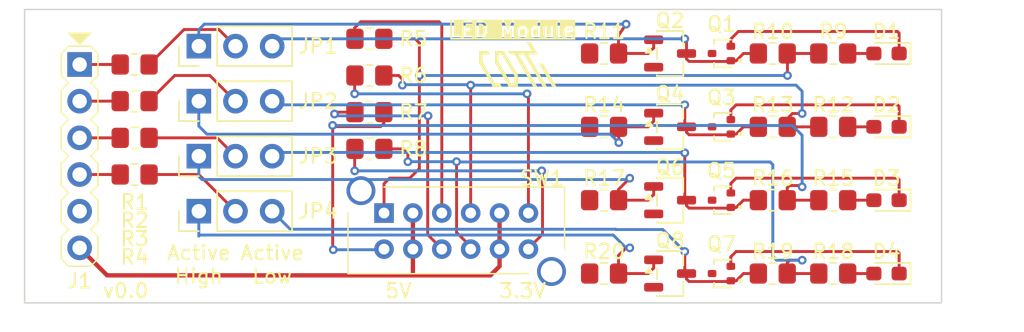
<source format=kicad_pcb>
(kicad_pcb (version 20241229) (generator "pcbnew") (generator_version "9.0")
  (layers (0 "F.Cu" signal) (2 "B.Cu" signal) (13 "F.Paste" user) (15 "B.Paste" user) (5 "F.SilkS" user "F.Silkscreen") (7 "B.SilkS" user "B.Silkscreen") (1 "F.Mask" user) (3 "B.Mask" user) (25 "Edge.Cuts" user))
  (net 0 "")
  (net 1 "Net-(D1-K)")
  (net 2 "Net-(D1-A)")
  (net 3 "Net-(D2-K)")
  (net 4 "Net-(D2-A)")
  (net 5 "Net-(D3-K)")
  (net 6 "Net-(D3-A)")
  (net 7 "Net-(D4-A)")
  (net 8 "Net-(D4-K)")
  (net 9 "GND")
  (net 10 "VCC")
  (net 11 "Net-(J1-IO3)")
  (net 12 "Net-(J1-IO2{slash}PWM)")
  (net 13 "Net-(J1-IO1)")
  (net 14 "Net-(J1-IO4)")
  (net 15 "/io1_H")
  (net 16 "/io1_L")
  (net 17 "/io1")
  (net 18 "/io2_H")
  (net 19 "/io2_L")
  (net 20 "/io2")
  (net 21 "/io3")
  (net 22 "/io3_L")
  (net 23 "/io3_H")
  (net 24 "/io4_L")
  (net 25 "/io4")
  (net 26 "/io4_H")
  (net 27 "Net-(R5-Pad1)")
  (net 28 "/vcc1")
  (net 29 "/vcc2")
  (net 30 "Net-(R6-Pad1)")
  (net 31 "Net-(R7-Pad1)")
  (net 32 "/vcc3")
  (net 33 "/vcc4")
  (net 34 "Net-(R8-Pad1)")
  (footprint "Package_TO_SOT_SMD:SOT-23-3" (layer "F.Cu") (at 143.764 117.348)
    (property "Reference" "Q8" (at 0 -2.286 0) (layer "F.SilkS"))
    (property "Value" "NMOS")
    (pad "1" smd roundrect (at -1.1375 -0.95) (size 1.325 0.6) (layers "F.Cu" "F.Mask" "F.Paste") (net 26 "/io4_H"))
    (pad "2" smd roundrect (at -1.1375 0.95) (size 1.325 0.6) (layers "F.Cu" "F.Mask" "F.Paste") (net 9 "GND"))
    (pad "3" smd roundrect (at 1.1375 0) (size 1.325 0.6) (layers "F.Cu" "F.Mask" "F.Paste") (net 24 "/io4_L"))
  )
  (footprint "Resistor_SMD:R_0805_2012Metric_Pad1.20x1.40mm_HandSolder" (layer "F.Cu") (at 139.192 107.188 180)
    (property "Reference" "R14" (at 0 1.524 0) (layer "F.SilkS"))
    (property "Value" "100k")
    (pad "1" smd roundrect (at -1 0 180) (size 1.2 1.4) (layers "F.Cu" "F.Mask" "F.Paste") (roundrect_rratio 0.208333) (net 18 "/io2_H"))
    (pad "2" smd roundrect (at 1 0 180) (size 1.2 1.4) (layers "F.Cu" "F.Mask" "F.Paste") (roundrect_rratio 0.208333) (net 9 "GND"))
  )
  (footprint "Resistor_SMD:R_0805_2012Metric_Pad1.20x1.40mm_HandSolder" (layer "F.Cu") (at 155.0615 107.188)
    (property "Reference" "R12" (at 0 -1.524 0) (layer "F.SilkS"))
    (property "Value" "22R")
    (pad "1" smd roundrect (at -1 0) (size 1.2 1.4) (layers "F.Cu" "F.Mask" "F.Paste") (roundrect_rratio 0.208333) (net 29 "/vcc2"))
    (pad "2" smd roundrect (at 1 0) (size 1.2 1.4) (layers "F.Cu" "F.Mask" "F.Paste") (roundrect_rratio 0.208333) (net 4 "Net-(D2-A)"))
  )
  (footprint "Resistor_SMD:R_0805_2012Metric_Pad1.20x1.40mm_HandSolder" (layer "F.Cu") (at 122.936 106.172)
    (property "Reference" "R7" (at 3.048 0 0) (layer "F.SilkS"))
    (property "Value" "200R")
    (pad "1" smd roundrect (at -1 0) (size 1.2 1.4) (layers "F.Cu" "F.Mask" "F.Paste") (roundrect_rratio 0.208333) (net 31 "Net-(R7-Pad1)"))
    (pad "2" smd roundrect (at 1 0) (size 1.2 1.4) (layers "F.Cu" "F.Mask" "F.Paste") (roundrect_rratio 0.208333) (net 32 "/vcc3"))
  )
  (footprint "Resistor_SMD:R_0805_2012Metric_Pad1.20x1.40mm_HandSolder" (layer "F.Cu") (at 122.936 101.092)
    (property "Reference" "R5" (at 3.048 0 0) (layer "F.SilkS"))
    (property "Value" "200R")
    (pad "1" smd roundrect (at -1 0) (size 1.2 1.4) (layers "F.Cu" "F.Mask" "F.Paste") (roundrect_rratio 0.208333) (net 27 "Net-(R5-Pad1)"))
    (pad "2" smd roundrect (at 1 0) (size 1.2 1.4) (layers "F.Cu" "F.Mask" "F.Paste") (roundrect_rratio 0.208333) (net 28 "/vcc1"))
  )
  (footprint "Connector_PinHeader_2.54mm:PinHeader_1x03_P2.54mm_Vertical" (layer "F.Cu") (at 111.125 101.6 90)
    (property "Reference" "JP1" (at 0 8.255 0) (layer "F.SilkS"))
    (property "Value" "IO1 L/H")
    (pad "1" thru_hole rect (at 0 0 90) (size 1.7 1.7) (drill 1) (layers "*.Cu" "*.Mask") (net 15 "/io1_H"))
    (pad "2" thru_hole circle (at 0 2.54 90) (size 1.7 1.7) (drill 1) (layers "*.Cu" "*.Mask") (net 17 "/io1"))
    (pad "3" thru_hole circle (at 0 5.08 90) (size 1.7 1.7) (drill 1) (layers "*.Cu" "*.Mask") (net 16 "/io1_L"))
  )
  (footprint "Resistor_SMD:R_0805_2012Metric_Pad1.20x1.40mm_HandSolder" (layer "F.Cu") (at 150.876 117.348 180)
    (property "Reference" "R19" (at 0 1.524 0) (layer "F.SilkS"))
    (property "Value" "100k")
    (pad "1" smd roundrect (at -1 0 180) (size 1.2 1.4) (layers "F.Cu" "F.Mask" "F.Paste") (roundrect_rratio 0.208333) (net 33 "/vcc4"))
    (pad "2" smd roundrect (at 1 0 180) (size 1.2 1.4) (layers "F.Cu" "F.Mask" "F.Paste") (roundrect_rratio 0.208333) (net 24 "/io4_L"))
  )
  (footprint "Resistor_SMD:R_0805_2012Metric_Pad1.20x1.40mm_HandSolder" (layer "F.Cu") (at 139.192 102.108 180)
    (property "Reference" "R11" (at 0 1.524 0) (layer "F.SilkS"))
    (property "Value" "100k")
    (pad "1" smd roundrect (at -1 0 180) (size 1.2 1.4) (layers "F.Cu" "F.Mask" "F.Paste") (roundrect_rratio 0.208333) (net 15 "/io1_H"))
    (pad "2" smd roundrect (at 1 0 180) (size 1.2 1.4) (layers "F.Cu" "F.Mask" "F.Paste") (roundrect_rratio 0.208333) (net 9 "GND"))
  )
  (footprint "Resistor_SMD:R_0805_2012Metric_Pad1.20x1.40mm_HandSolder" (layer "F.Cu") (at 155.0615 102.108)
    (property "Reference" "R9" (at 0 -1.524 0) (layer "F.SilkS"))
    (property "Value" "22R")
    (pad "1" smd roundrect (at -1 0) (size 1.2 1.4) (layers "F.Cu" "F.Mask" "F.Paste") (roundrect_rratio 0.208333) (net 28 "/vcc1"))
    (pad "2" smd roundrect (at 1 0) (size 1.2 1.4) (layers "F.Cu" "F.Mask" "F.Paste") (roundrect_rratio 0.208333) (net 2 "Net-(D1-A)"))
  )
  (footprint "Resistor_SMD:R_0805_2012Metric_Pad1.20x1.40mm_HandSolder" (layer "F.Cu") (at 155.0615 112.268)
    (property "Reference" "R15" (at 0 -1.524 0) (layer "F.SilkS"))
    (property "Value" "22R")
    (pad "1" smd roundrect (at -1 0) (size 1.2 1.4) (layers "F.Cu" "F.Mask" "F.Paste") (roundrect_rratio 0.208333) (net 32 "/vcc3"))
    (pad "2" smd roundrect (at 1 0) (size 1.2 1.4) (layers "F.Cu" "F.Mask" "F.Paste") (roundrect_rratio 0.208333) (net 6 "Net-(D3-A)"))
  )
  (footprint "Connector_PinHeader_2.54mm:PinHeader_1x03_P2.54mm_Vertical" (layer "F.Cu") (at 111.125 105.41 90)
    (property "Reference" "JP2" (at 0 8.255 180) (layer "F.SilkS"))
    (property "Value" "IO2 L/H")
    (pad "1" thru_hole rect (at 0 0 90) (size 1.7 1.7) (drill 1) (layers "*.Cu" "*.Mask") (net 18 "/io2_H"))
    (pad "2" thru_hole circle (at 0 2.54 90) (size 1.7 1.7) (drill 1) (layers "*.Cu" "*.Mask") (net 20 "/io2"))
    (pad "3" thru_hole circle (at 0 5.08 90) (size 1.7 1.7) (drill 1) (layers "*.Cu" "*.Mask") (net 19 "/io2_L"))
  )
  (footprint "Resistor_SMD:R_0805_2012Metric_Pad1.20x1.40mm_HandSolder" (layer "F.Cu") (at 122.936 108.712)
    (property "Reference" "R8" (at 3.048 0 0) (layer "F.SilkS"))
    (property "Value" "200R")
    (pad "1" smd roundrect (at -1 0) (size 1.2 1.4) (layers "F.Cu" "F.Mask" "F.Paste") (roundrect_rratio 0.208333) (net 34 "Net-(R8-Pad1)"))
    (pad "2" smd roundrect (at 1 0) (size 1.2 1.4) (layers "F.Cu" "F.Mask" "F.Paste") (roundrect_rratio 0.208333) (net 33 "/vcc4"))
  )
  (footprint "Resistor_SMD:R_0805_2012Metric_Pad1.20x1.40mm_HandSolder" (layer "F.Cu") (at 106.68 105.41)
    (property "Reference" "R2" (at 0 8.255 0) (layer "F.SilkS"))
    (property "Value" "200R")
    (pad "1" smd roundrect (at -1 0) (size 1.2 1.4) (layers "F.Cu" "F.Mask" "F.Paste") (roundrect_rratio 0.208333) (net 12 "Net-(J1-IO2{slash}PWM)"))
    (pad "2" smd roundrect (at 1 0) (size 1.2 1.4) (layers "F.Cu" "F.Mask" "F.Paste") (roundrect_rratio 0.208333) (net 20 "/io2"))
  )
  (footprint "footprints:local_SOT-416" (layer "F.Cu") (at 147.32 112.268 180)
    (property "Reference" "Q5" (at 0 2.032 180) (layer "F.SilkS"))
    (property "Value" "PMOS Kp=0.2A/V² |Vth|=0.8V")
    (pad "1" smd roundrect (at -0.65 -0.5 180) (size 0.6 0.5) (layers "F.Cu" "F.Mask" "F.Paste") (net 22 "/io3_L"))
    (pad "2" smd roundrect (at -0.65 0.5 180) (size 0.6 0.5) (layers "F.Cu" "F.Mask" "F.Paste") (net 5 "Net-(D3-K)"))
    (pad "3" smd roundrect (at 0.65 0 180) (size 0.6 0.5) (layers "F.Cu" "F.Mask" "F.Paste") (net 9 "GND"))
  )
  (footprint "LED_SMD:LED_0603_1608Metric_Pad1.05x0.95mm_HandSolder" (layer "F.Cu") (at 158.75 117.348 180)
    (property "Reference" "D4" (at 0 1.524 0) (layer "F.SilkS"))
    (property "Value" "Green Vf=2V If=0-20mA")
    (pad "1" smd roundrect (at -0.875 0 180) (size 1.05 0.95) (layers "F.Cu" "F.Mask" "F.Paste") (net 8 "Net-(D4-K)"))
    (pad "2" smd roundrect (at 0.875 0 180) (size 1.05 0.95) (layers "F.Cu" "F.Mask" "F.Paste") (net 7 "Net-(D4-A)"))
  )
  (footprint "Package_TO_SOT_SMD:SOT-23-3" (layer "F.Cu") (at 143.764 102.108)
    (property "Reference" "Q2" (at 0 -2.286 0) (layer "F.SilkS"))
    (property "Value" "NMOS")
    (pad "1" smd roundrect (at -1.1375 -0.95) (size 1.325 0.6) (layers "F.Cu" "F.Mask" "F.Paste") (net 15 "/io1_H"))
    (pad "2" smd roundrect (at -1.1375 0.95) (size 1.325 0.6) (layers "F.Cu" "F.Mask" "F.Paste") (net 9 "GND"))
    (pad "3" smd roundrect (at 1.1375 0) (size 1.325 0.6) (layers "F.Cu" "F.Mask" "F.Paste") (net 16 "/io1_L"))
  )
  (footprint "Package_TO_SOT_SMD:SOT-23-3" (layer "F.Cu") (at 143.764 112.268)
    (property "Reference" "Q6" (at 0 -2.286 0) (layer "F.SilkS"))
    (property "Value" "NMOS")
    (pad "1" smd roundrect (at -1.1375 -0.95) (size 1.325 0.6) (layers "F.Cu" "F.Mask" "F.Paste") (net 23 "/io3_H"))
    (pad "2" smd roundrect (at -1.1375 0.95) (size 1.325 0.6) (layers "F.Cu" "F.Mask" "F.Paste") (net 9 "GND"))
    (pad "3" smd roundrect (at 1.1375 0) (size 1.325 0.6) (layers "F.Cu" "F.Mask" "F.Paste") (net 22 "/io3_L"))
  )
  (footprint "Resistor_SMD:R_0805_2012Metric_Pad1.20x1.40mm_HandSolder" (layer "F.Cu") (at 106.68 107.95)
    (property "Reference" "R3" (at 0 6.985 0) (layer "F.SilkS"))
    (property "Value" "200R")
    (pad "1" smd roundrect (at -1 0) (size 1.2 1.4) (layers "F.Cu" "F.Mask" "F.Paste") (roundrect_rratio 0.208333) (net 11 "Net-(J1-IO3)"))
    (pad "2" smd roundrect (at 1 0) (size 1.2 1.4) (layers "F.Cu" "F.Mask" "F.Paste") (roundrect_rratio 0.208333) (net 21 "/io3"))
  )
  (footprint "footprints:local_SOT-416" (layer "F.Cu") (at 147.32 102.108 180)
    (property "Reference" "Q1" (at 0 2.032 180) (layer "F.SilkS"))
    (property "Value" "PMOS Kp=0.2A/V² |Vth|=0.8V")
    (pad "1" smd roundrect (at -0.65 -0.5 180) (size 0.6 0.5) (layers "F.Cu" "F.Mask" "F.Paste") (net 16 "/io1_L"))
    (pad "2" smd roundrect (at -0.65 0.5 180) (size 0.6 0.5) (layers "F.Cu" "F.Mask" "F.Paste") (net 1 "Net-(D1-K)"))
    (pad "3" smd roundrect (at 0.65 0 180) (size 0.6 0.5) (layers "F.Cu" "F.Mask" "F.Paste") (net 9 "GND"))
  )
  (footprint "Package_TO_SOT_SMD:SOT-23-3" (layer "F.Cu") (at 143.764 107.188)
    (property "Reference" "Q4" (at 0 -2.286 0) (layer "F.SilkS"))
    (property "Value" "NMOS")
    (pad "1" smd roundrect (at -1.1375 -0.95) (size 1.325 0.6) (layers "F.Cu" "F.Mask" "F.Paste") (net 18 "/io2_H"))
    (pad "2" smd roundrect (at -1.1375 0.95) (size 1.325 0.6) (layers "F.Cu" "F.Mask" "F.Paste") (net 9 "GND"))
    (pad "3" smd roundrect (at 1.1375 0) (size 1.325 0.6) (layers "F.Cu" "F.Mask" "F.Paste") (net 19 "/io2_L"))
  )
  (footprint "Connector_PinHeader_2.54mm:PinHeader_1x03_P2.54mm_Vertical" (layer "F.Cu") (at 111.125 109.22 90)
    (property "Reference" "JP3" (at 0 8.255 180) (layer "F.SilkS"))
    (property "Value" "IO3 L/H")
    (pad "1" thru_hole rect (at 0 0 90) (size 1.7 1.7) (drill 1) (layers "*.Cu" "*.Mask") (net 23 "/io3_H"))
    (pad "2" thru_hole circle (at 0 2.54 90) (size 1.7 1.7) (drill 1) (layers "*.Cu" "*.Mask") (net 21 "/io3"))
    (pad "3" thru_hole circle (at 0 5.08 90) (size 1.7 1.7) (drill 1) (layers "*.Cu" "*.Mask") (net 22 "/io3_L"))
  )
  (footprint "footprints:local_SOT-416" (layer "F.Cu") (at 147.32 117.348 180)
    (property "Reference" "Q7" (at 0 2.032 180) (layer "F.SilkS"))
    (property "Value" "PMOS Kp=0.2A/V² |Vth|=0.8V")
    (pad "1" smd roundrect (at -0.65 -0.5 180) (size 0.6 0.5) (layers "F.Cu" "F.Mask" "F.Paste") (net 24 "/io4_L"))
    (pad "2" smd roundrect (at -0.65 0.5 180) (size 0.6 0.5) (layers "F.Cu" "F.Mask" "F.Paste") (net 8 "Net-(D4-K)"))
    (pad "3" smd roundrect (at 0.65 0 180) (size 0.6 0.5) (layers "F.Cu" "F.Mask" "F.Paste") (net 9 "GND"))
  )
  (footprint "Resistor_SMD:R_0805_2012Metric_Pad1.20x1.40mm_HandSolder" (layer "F.Cu") (at 139.192 117.348 180)
    (property "Reference" "R20" (at 0 1.524 0) (layer "F.SilkS"))
    (property "Value" "100k")
    (pad "1" smd roundrect (at -1 0 180) (size 1.2 1.4) (layers "F.Cu" "F.Mask" "F.Paste") (roundrect_rratio 0.208333) (net 26 "/io4_H"))
    (pad "2" smd roundrect (at 1 0 180) (size 1.2 1.4) (layers "F.Cu" "F.Mask" "F.Paste") (roundrect_rratio 0.208333) (net 9 "GND"))
  )
  (footprint "Cotti_misc:SW_4PDT" (layer "F.Cu") (at 123.952 113.157)
    (property "Reference" "SW1" (at 10.922 -2.413 0) (layer "F.SilkS"))
    (property "Value" "SW_4PDT" (hide yes))
    (pad "1" thru_hole rect (at 0 0) (size 1.35 1.35) (drill 0.75) (layers "*.Cu" "*.Mask") (net 28 "/vcc1"))
    (pad "2" thru_hole circle (at 2 0) (size 1.35 1.35) (drill 0.75) (layers "*.Cu" "*.Mask") (net 10 "VCC"))
    (pad "3" thru_hole circle (at 4 0) (size 1.35 1.35) (drill 0.75) (layers "*.Cu" "*.Mask") (net 27 "Net-(R5-Pad1)"))
    (pad "4" thru_hole circle (at 6 0) (size 1.35 1.35) (drill 0.75) (layers "*.Cu" "*.Mask") (net 29 "/vcc2"))
    (pad "5" thru_hole circle (at 8 0) (size 1.35 1.35) (drill 0.75) (layers "*.Cu" "*.Mask") (net 10 "VCC"))
    (pad "6" thru_hole circle (at 10 0) (size 1.35 1.35) (drill 0.75) (layers "*.Cu" "*.Mask") (net 30 "Net-(R6-Pad1)"))
    (pad "7" thru_hole circle (at 0 2.5) (size 1.35 1.35) (drill 0.75) (layers "*.Cu" "*.Mask") (net 32 "/vcc3"))
    (pad "8" thru_hole circle (at 2 2.5) (size 1.35 1.35) (drill 0.75) (layers "*.Cu" "*.Mask") (net 10 "VCC"))
    (pad "9" thru_hole circle (at 4 2.5) (size 1.35 1.35) (drill 0.75) (layers "*.Cu" "*.Mask") (net 31 "Net-(R7-Pad1)"))
    (pad "10" thru_hole circle (at 6 2.5) (size 1.35 1.35) (drill 0.75) (layers "*.Cu" "*.Mask") (net 33 "/vcc4"))
    (pad "11" thru_hole circle (at 8 2.5) (size 1.35 1.35) (drill 0.75) (layers "*.Cu" "*.Mask") (net 10 "VCC"))
    (pad "12" thru_hole circle (at 10 2.5) (size 1.35 1.35) (drill 0.75) (layers "*.Cu" "*.Mask") (net 34 "Net-(R8-Pad1)"))
    (pad "13" thru_hole circle (at -1.6 -1.55) (size 2 2) (drill 1.5) (layers "*.Cu" "*.Mask") (net 9 "GND"))
    (pad "14" thru_hole circle (at 11.6 4.05) (size 2 2) (drill 1.5) (layers "*.Cu" "*.Mask") (net 9 "GND"))
  )
  (footprint "LED_SMD:LED_0603_1608Metric_Pad1.05x0.95mm_HandSolder" (layer "F.Cu") (at 158.75 102.108 180)
    (property "Reference" "D1" (at 0 1.524 0) (layer "F.SilkS"))
    (property "Value" "Green Vf=2V If=0-20mA")
    (pad "1" smd roundrect (at -0.875 0 180) (size 1.05 0.95) (layers "F.Cu" "F.Mask" "F.Paste") (net 1 "Net-(D1-K)"))
    (pad "2" smd roundrect (at 0.875 0 180) (size 1.05 0.95) (layers "F.Cu" "F.Mask" "F.Paste") (net 2 "Net-(D1-A)"))
  )
  (footprint "Pmod:Pmod_1x06_pin" (layer "F.Cu") (at 102.87 102.87)
    (property "Reference" "J1" (at 0 14.986 0) (layer "F.SilkS"))
    (property "Value" "Pmod GPIO 1x06 pin" (hide yes))
    (pad "1" thru_hole rect (at 0 0) (size 1.7 1.7) (drill 1) (layers "*.Cu" "*.Mask") (net 13 "Net-(J1-IO1)"))
    (pad "2" thru_hole circle (at 0 2.54) (size 1.7 1.7) (drill 1) (layers "*.Cu" "*.Mask") (net 12 "Net-(J1-IO2{slash}PWM)"))
    (pad "3" thru_hole circle (at 0 5.08) (size 1.7 1.7) (drill 1) (layers "*.Cu" "*.Mask") (net 11 "Net-(J1-IO3)"))
    (pad "4" thru_hole circle (at 0 7.62) (size 1.7 1.7) (drill 1) (layers "*.Cu" "*.Mask") (net 14 "Net-(J1-IO4)"))
    (pad "5" thru_hole circle (at 0 10.16) (size 1.7 1.7) (drill 1) (layers "*.Cu" "*.Mask") (net 9 "GND"))
    (pad "6" thru_hole circle (at 0 12.7) (size 1.7 1.7) (drill 1) (layers "*.Cu" "*.Mask") (net 10 "VCC"))
  )
  (footprint "Connector_PinHeader_2.54mm:PinHeader_1x03_P2.54mm_Vertical" (layer "F.Cu") (at 111.125 113.03 90)
    (property "Reference" "JP4" (at 0 8.255 180) (layer "F.SilkS"))
    (property "Value" "IO4 L/H")
    (pad "1" thru_hole rect (at 0 0 90) (size 1.7 1.7) (drill 1) (layers "*.Cu" "*.Mask") (net 26 "/io4_H"))
    (pad "2" thru_hole circle (at 0 2.54 90) (size 1.7 1.7) (drill 1) (layers "*.Cu" "*.Mask") (net 25 "/io4"))
    (pad "3" thru_hole circle (at 0 5.08 90) (size 1.7 1.7) (drill 1) (layers "*.Cu" "*.Mask") (net 24 "/io4_L"))
  )
  (footprint "Cotti_logo:cotti_logo_filled H=2.5mm T=0.25mm" (layer "F.Cu") (at 130.532575 101.9325)
    (property "Reference" "REF**" (hide yes))
    (property "Value" "cotti_logo_filled H=2.5mm T=0.25mm" (hide yes))
  )
  (footprint "Resistor_SMD:R_0805_2012Metric_Pad1.20x1.40mm_HandSolder" (layer "F.Cu") (at 106.68 110.49)
    (property "Reference" "R4" (at 0 5.715 0) (layer "F.SilkS"))
    (property "Value" "200R")
    (pad "1" smd roundrect (at -1 0) (size 1.2 1.4) (layers "F.Cu" "F.Mask" "F.Paste") (roundrect_rratio 0.208333) (net 14 "Net-(J1-IO4)"))
    (pad "2" smd roundrect (at 1 0) (size 1.2 1.4) (layers "F.Cu" "F.Mask" "F.Paste") (roundrect_rratio 0.208333) (net 25 "/io4"))
  )
  (footprint "Resistor_SMD:R_0805_2012Metric_Pad1.20x1.40mm_HandSolder" (layer "F.Cu") (at 106.68 102.87)
    (property "Reference" "R1" (at 0 9.525 0) (layer "F.SilkS"))
    (property "Value" "200R")
    (pad "1" smd roundrect (at -1 0) (size 1.2 1.4) (layers "F.Cu" "F.Mask" "F.Paste") (roundrect_rratio 0.208333) (net 13 "Net-(J1-IO1)"))
    (pad "2" smd roundrect (at 1 0) (size 1.2 1.4) (layers "F.Cu" "F.Mask" "F.Paste") (roundrect_rratio 0.208333) (net 17 "/io1"))
  )
  (footprint "Resistor_SMD:R_0805_2012Metric_Pad1.20x1.40mm_HandSolder" (layer "F.Cu") (at 155.0615 117.348)
    (property "Reference" "R18" (at 0 -1.524 0) (layer "F.SilkS"))
    (property "Value" "22R")
    (pad "1" smd roundrect (at -1 0) (size 1.2 1.4) (layers "F.Cu" "F.Mask" "F.Paste") (roundrect_rratio 0.208333) (net 33 "/vcc4"))
    (pad "2" smd roundrect (at 1 0) (size 1.2 1.4) (layers "F.Cu" "F.Mask" "F.Paste") (roundrect_rratio 0.208333) (net 7 "Net-(D4-A)"))
  )
  (footprint "LED_SMD:LED_0603_1608Metric_Pad1.05x0.95mm_HandSolder" (layer "F.Cu") (at 158.75 107.188 180)
    (property "Reference" "D2" (at 0 1.524 0) (layer "F.SilkS"))
    (property "Value" "Green Vf=2V If=0-20mA")
    (pad "1" smd roundrect (at -0.875 0 180) (size 1.05 0.95) (layers "F.Cu" "F.Mask" "F.Paste") (net 3 "Net-(D2-K)"))
    (pad "2" smd roundrect (at 0.875 0 180) (size 1.05 0.95) (layers "F.Cu" "F.Mask" "F.Paste") (net 4 "Net-(D2-A)"))
  )
  (footprint "Resistor_SMD:R_0805_2012Metric_Pad1.20x1.40mm_HandSolder" (layer "F.Cu") (at 150.876 102.108 180)
    (property "Reference" "R10" (at 0 1.524 0) (layer "F.SilkS"))
    (property "Value" "100k")
    (pad "1" smd roundrect (at -1 0 180) (size 1.2 1.4) (layers "F.Cu" "F.Mask" "F.Paste") (roundrect_rratio 0.208333) (net 28 "/vcc1"))
    (pad "2" smd roundrect (at 1 0 180) (size 1.2 1.4) (layers "F.Cu" "F.Mask" "F.Paste") (roundrect_rratio 0.208333) (net 16 "/io1_L"))
  )
  (footprint "Resistor_SMD:R_0805_2012Metric_Pad1.20x1.40mm_HandSolder" (layer "F.Cu") (at 139.192 112.268 180)
    (property "Reference" "R17" (at 0 1.524 0) (layer "F.SilkS"))
    (property "Value" "100k")
    (pad "1" smd roundrect (at -1 0 180) (size 1.2 1.4) (layers "F.Cu" "F.Mask" "F.Paste") (roundrect_rratio 0.208333) (net 23 "/io3_H"))
    (pad "2" smd roundrect (at 1 0 180) (size 1.2 1.4) (layers "F.Cu" "F.Mask" "F.Paste") (roundrect_rratio 0.208333) (net 9 "GND"))
  )
  (footprint "Resistor_SMD:R_0805_2012Metric_Pad1.20x1.40mm_HandSolder" (layer "F.Cu") (at 122.936 103.632)
    (property "Reference" "R6" (at 3.048 0 0) (layer "F.SilkS"))
    (property "Value" "200R")
    (pad "1" smd roundrect (at -1 0) (size 1.2 1.4) (layers "F.Cu" "F.Mask" "F.Paste") (roundrect_rratio 0.208333) (net 30 "Net-(R6-Pad1)"))
    (pad "2" smd roundrect (at 1 0) (size 1.2 1.4) (layers "F.Cu" "F.Mask" "F.Paste") (roundrect_rratio 0.208333) (net 29 "/vcc2"))
  )
  (footprint "Resistor_SMD:R_0805_2012Metric_Pad1.20x1.40mm_HandSolder" (layer "F.Cu") (at 150.876 107.188 180)
    (property "Reference" "R13" (at 0 1.524 0) (layer "F.SilkS"))
    (property "Value" "100k")
    (pad "1" smd roundrect (at -1 0 180) (size 1.2 1.4) (layers "F.Cu" "F.Mask" "F.Paste") (roundrect_rratio 0.208333) (net 29 "/vcc2"))
    (pad "2" smd roundrect (at 1 0 180) (size 1.2 1.4) (layers "F.Cu" "F.Mask" "F.Paste") (roundrect_rratio 0.208333) (net 19 "/io2_L"))
  )
  (footprint "LED_SMD:LED_0603_1608Metric_Pad1.05x0.95mm_HandSolder" (layer "F.Cu") (at 158.75 112.268 180)
    (property "Reference" "D3" (at 0 1.524 0) (layer "F.SilkS"))
    (property "Value" "Green Vf=2V If=0-20mA")
    (pad "1" smd roundrect (at -0.875 0 180) (size 1.05 0.95) (layers "F.Cu" "F.Mask" "F.Paste") (net 5 "Net-(D3-K)"))
    (pad "2" smd roundrect (at 0.875 0 180) (size 1.05 0.95) (layers "F.Cu" "F.Mask" "F.Paste") (net 6 "Net-(D3-A)"))
  )
  (footprint "Resistor_SMD:R_0805_2012Metric_Pad1.20x1.40mm_HandSolder" (layer "F.Cu") (at 150.876 112.268 180)
    (property "Reference" "R16" (at 0 1.524 0) (layer "F.SilkS"))
    (property "Value" "100k")
    (pad "1" smd roundrect (at -1 0 180) (size 1.2 1.4) (layers "F.Cu" "F.Mask" "F.Paste") (roundrect_rratio 0.208333) (net 32 "/vcc3"))
    (pad "2" smd roundrect (at 1 0 180) (size 1.2 1.4) (layers "F.Cu" "F.Mask" "F.Paste") (roundrect_rratio 0.208333) (net 22 "/io3_L"))
  )
  (footprint "footprints:local_SOT-416" (layer "F.Cu") (at 147.32 107.188 180)
    (property "Reference" "Q3" (at 0 2.032 180) (layer "F.SilkS"))
    (property "Value" "PMOS Kp=0.2A/V² |Vth|=0.8V")
    (pad "1" smd roundrect (at -0.65 -0.5 180) (size 0.6 0.5) (layers "F.Cu" "F.Mask" "F.Paste") (net 19 "/io2_L"))
    (pad "2" smd roundrect (at -0.65 0.5 180) (size 0.6 0.5) (layers "F.Cu" "F.Mask" "F.Paste") (net 3 "Net-(D2-K)"))
    (pad "3" smd roundrect (at 0.65 0 180) (size 0.6 0.5) (layers "F.Cu" "F.Mask" "F.Paste") (net 9 "GND"))
  )
  (gr_rect (start 99.06 99.06) (end 162.56 119.38) (stroke (width 0.1)) (fill no) (layer "Edge.Cuts"))
  (gr_text "Active\nLow" (at 116.205 118.11 0) (layer "F.SilkS") (effects (font (size 1 1)) (justify bottom)))
  (gr_text "v0.0" (at 104.394 119.126 0) (layer "F.SilkS") (effects (font (size 1 1)) (justify left bottom)))
  (gr_text "Active\nHigh" (at 111.125 118.11 0) (layer "F.SilkS") (effects (font (size 1 1)) (justify bottom)))
  (gr_text "5V" (at 123.952 119.126 0) (layer "F.SilkS") (effects (font (size 1 1)) (justify left bottom)))
  (gr_text "3.3V" (at 131.826 119.126 0) (layer "F.SilkS") (effects (font (size 1 1)) (justify left bottom)))
  (gr_text "LED Module\n" (at 132.842 101.092 0) (layer "F.SilkS" knockout) (effects (font (size 1 1)) (justify bottom)))
  (segment (start 159.512 100.584) (end 148.490082 100.584) (width 0.2) (layer "F.Cu") (net 1))
  (segment (start 147.97 101.104082) (end 147.97 101.608) (width 0.2) (layer "F.Cu") (net 1))
  (segment (start 159.625 100.697) (end 159.512 100.584) (width 0.2) (layer "F.Cu") (net 1))
  (segment (start 159.625 102.108) (end 159.625 100.697) (width 0.2) (layer "F.Cu") (net 1))
  (segment (start 148.490082 100.584) (end 147.97 101.104082) (width 0.2) (layer "F.Cu") (net 1))
  (segment (start 156.0615 102.108) (end 158.129 102.108) (width 0.2) (layer "F.Cu") (net 2))
  (segment (start 159.625 105.777) (end 159.512 105.664) (width 0.2) (layer "F.Cu") (net 3))
  (segment (start 159.625 107.188) (end 159.625 105.777) (width 0.2) (layer "F.Cu") (net 3))
  (segment (start 159.512 105.664) (end 148.336 105.664) (width 0.2) (layer "F.Cu") (net 3))
  (segment (start 148.336 105.664) (end 147.97 106.03) (width 0.2) (layer "F.Cu") (net 3))
  (segment (start 147.97 106.03) (end 147.97 106.688) (width 0.2) (layer "F.Cu") (net 3))
  (segment (start 156.0615 107.188) (end 158.129 107.188) (width 0.2) (layer "F.Cu") (net 4))
  (segment (start 147.97 111.11) (end 147.97 111.768) (width 0.2) (layer "F.Cu") (net 5))
  (segment (start 159.512 110.744) (end 148.336 110.744) (width 0.2) (layer "F.Cu") (net 5))
  (segment (start 159.625 110.857) (end 159.512 110.744) (width 0.2) (layer "F.Cu") (net 5))
  (segment (start 148.336 110.744) (end 147.97 111.11) (width 0.2) (layer "F.Cu") (net 5))
  (segment (start 159.625 112.014) (end 159.625 110.857) (width 0.2) (layer "F.Cu") (net 5))
  (segment (start 156.0615 112.268) (end 158.129 112.268) (width 0.2) (layer "F.Cu") (net 6))
  (segment (start 156.0615 117.348) (end 158.129 117.348) (width 0.2) (layer "F.Cu") (net 7))
  (segment (start 159.625 115.937) (end 159.512 115.824) (width 0.2) (layer "F.Cu") (net 8))
  (segment (start 147.97 116.19) (end 147.97 116.848) (width 0.2) (layer "F.Cu") (net 8))
  (segment (start 159.512 115.824) (end 148.336 115.824) (width 0.2) (layer "F.Cu") (net 8))
  (segment (start 159.625 117.348) (end 159.625 115.937) (width 0.2) (layer "F.Cu") (net 8))
  (segment (start 148.336 115.824) (end 147.97 116.19) (width 0.2) (layer "F.Cu") (net 8))
  (segment (start 131.952 113.157) (end 131.952 115.657) (width 0.3) (layer "F.Cu") (net 10))
  (segment (start 125.952 113.157) (end 125.952 115.657) (width 0.3) (layer "F.Cu") (net 10))
  (segment (start 102.87 115.57) (end 104.775 117.475) (width 0.3) (layer "F.Cu") (net 10))
  (segment (start 104.775 117.475) (end 124.769 117.475) (width 0.3) (layer "F.Cu") (net 10))
  (segment (start 125.73 117.475) (end 125.984 117.475) (width 0.3) (layer "F.Cu") (net 10))
  (segment (start 125.952 117.443) (end 125.952 115.657) (width 0.3) (layer "F.Cu") (net 10))
  (segment (start 131.318 117.475) (end 125.984 117.475) (width 0.3) (layer "F.Cu") (net 10))
  (segment (start 131.952 116.841) (end 131.318 117.475) (width 0.3) (layer "F.Cu") (net 10))
  (segment (start 131.952 115.657) (end 131.952 116.841) (width 0.3) (layer "F.Cu") (net 10))
  (segment (start 124.769 117.475) (end 125.73 117.475) (width 0.3) (layer "F.Cu") (net 10))
  (segment (start 125.952 117.443) (end 125.984 117.475) (width 0.3) (layer "F.Cu") (net 10))
  (segment (start 102.87 107.95) (end 105.68 107.95) (width 0.2) (layer "F.Cu") (net 11))
  (segment (start 102.87 105.41) (end 105.68 105.41) (width 0.2) (layer "F.Cu") (net 12))
  (segment (start 102.87 102.87) (end 105.68 102.87) (width 0.2) (layer "F.Cu") (net 13))
  (segment (start 102.87 110.49) (end 105.68 110.49) (width 0.2) (layer "F.Cu") (net 14))
  (segment (start 142.6265 101.7215) (end 142.6265 101.158) (width 0.2) (layer "F.Cu") (net 15))
  (segment (start 142.24 102.108) (end 142.6265 101.7215) (width 0.2) (layer "F.Cu") (net 15))
  (segment (start 140.716 100.076) (end 140.192 100.854) (width 0.2) (layer "F.Cu") (net 15))
  (segment (start 140.192 100.854) (end 140.192 102.108) (width 0.2) (layer "F.Cu") (net 15))
  (segment (start 140.192 102.108) (end 142.24 102.108) (width 0.2) (layer "F.Cu") (net 15))
  (via (at 140.716 100.076) (size 0.6) (drill 0.3) (layers "F.Cu" "B.Cu") (net 15))
  (segment (start 111.506 100.076) (end 111.125 100.457) (width 0.2) (layer "B.Cu") (net 15))
  (segment (start 111.125 100.457) (end 111.125 101.6) (width 0.2) (layer "B.Cu") (net 15))
  (segment (start 140.716 100.076) (end 111.506 100.076) (width 0.2) (layer "B.Cu") (net 15))
  (segment (start 144.9015 102.108) (end 144.9015 102.4835) (width 0.2) (layer "F.Cu") (net 16))
  (segment (start 144.9015 101.2135) (end 144.9015 102.108) (width 0.2) (layer "F.Cu") (net 16))
  (segment (start 144.9015 102.4835) (end 145.077 102.659) (width 0.2) (layer "F.Cu") (net 16))
  (segment (start 148.344 102.608) (end 148.844 102.108) (width 0.2) (layer "F.Cu") (net 16))
  (segment (start 147.919 102.659) (end 147.97 102.608) (width 0.2) (layer "F.Cu") (net 16))
  (segment (start 145.077 102.659) (end 147.919 102.659) (width 0.2) (layer "F.Cu") (net 16))
  (segment (start 144.78 101.092) (end 144.9015 101.2135) (width 0.2) (layer "F.Cu") (net 16))
  (segment (start 147.97 102.608) (end 148.344 102.608) (width 0.2) (layer "F.Cu") (net 16))
  (segment (start 148.844 102.108) (end 149.876 102.108) (width 0.2) (layer "F.Cu") (net 16))
  (via (at 144.78 101.092) (size 0.6) (drill 0.3) (layers "F.Cu" "B.Cu") (net 16))
  (segment (start 116.713 101.092) (end 116.205 101.6) (width 0.2) (layer "B.Cu") (net 16))
  (segment (start 144.78 101.092) (end 116.713 101.092) (width 0.2) (layer "B.Cu") (net 16))
  (segment (start 110.101 100.449) (end 107.68 102.87) (width 0.2) (layer "F.Cu") (net 17))
  (segment (start 112.514 100.449) (end 110.101 100.449) (width 0.2) (layer "F.Cu") (net 17))
  (segment (start 113.665 101.6) (end 112.514 100.449) (width 0.2) (layer "F.Cu") (net 17))
  (segment (start 142.6265 106.8015) (end 142.6265 106.238) (width 0.2) (layer "F.Cu") (net 18))
  (segment (start 140.208 108.28) (end 140.208 107.204) (width 0.2) (layer "F.Cu") (net 18))
  (segment (start 142.24 107.188) (end 142.6265 106.8015) (width 0.2) (layer "F.Cu") (net 18))
  (segment (start 140.208 107.204) (end 140.192 107.188) (width 0.2) (layer "F.Cu") (net 18))
  (segment (start 140.192 107.188) (end 142.24 107.188) (width 0.2) (layer "F.Cu") (net 18))
  (via (at 140.208 108.28) (size 0.6) (drill 0.3) (layers "F.Cu" "B.Cu") (net 18))
  (segment (start 111.684 107.696) (end 111.125 107.137) (width 0.2) (layer "B.Cu") (net 18))
  (segment (start 140.208 108.28) (end 139.624 107.696) (width 0.2) (layer "B.Cu") (net 18))
  (segment (start 139.624 107.696) (end 111.684 107.696) (width 0.2) (layer "B.Cu") (net 18))
  (segment (start 111.125 107.137) (end 111.125 105.41) (width 0.2) (layer "B.Cu") (net 18))
  (segment (start 148.844 107.188) (end 149.876 107.188) (width 0.2) (layer "F.Cu") (net 19))
  (segment (start 147.97 107.688) (end 148.344 107.688) (width 0.2) (layer "F.Cu") (net 19))
  (segment (start 145.077 107.739) (end 144.9015 107.5635) (width 0.2) (layer "F.Cu") (net 19))
  (segment (start 144.78 107.0665) (end 144.9015 107.188) (width 0.2) (layer "F.Cu") (net 19))
  (segment (start 147.97 107.688) (end 147.919 107.739) (width 0.2) (layer "F.Cu") (net 19))
  (segment (start 147.919 107.739) (end 145.077 107.739) (width 0.2) (layer "F.Cu") (net 19))
  (segment (start 148.344 107.688) (end 148.844 107.188) (width 0.2) (layer "F.Cu") (net 19))
  (segment (start 144.78 105.664) (end 144.78 107.0665) (width 0.2) (layer "F.Cu") (net 19))
  (segment (start 144.9015 107.5635) (end 144.9015 107.188) (width 0.2) (layer "F.Cu") (net 19))
  (via (at 144.78 105.664) (size 0.6) (drill 0.3) (layers "F.Cu" "B.Cu") (net 19))
  (segment (start 116.205 105.41) (end 116.459 105.664) (width 0.2) (layer "B.Cu") (net 19))
  (segment (start 116.459 105.664) (end 144.78 105.664) (width 0.2) (layer "B.Cu") (net 19))
  (segment (start 113.665 105.41) (end 111.887 103.632) (width 0.2) (layer "F.Cu") (net 20))
  (segment (start 109.458 103.632) (end 107.68 105.41) (width 0.2) (layer "F.Cu") (net 20))
  (segment (start 111.887 103.632) (end 109.458 103.632) (width 0.2) (layer "F.Cu") (net 20))
  (segment (start 113.665 109.22) (end 112.395 107.95) (width 0.2) (layer "F.Cu") (net 21))
  (segment (start 112.395 107.95) (end 107.68 107.95) (width 0.2) (layer "F.Cu") (net 21))
  (segment (start 144.78 108.9912) (end 144.78 112.1465) (width 0.2) (layer "F.Cu") (net 22))
  (segment (start 147.919 112.819) (end 145.077 112.819) (width 0.2) (layer "F.Cu") (net 22))
  (segment (start 147.97 112.768) (end 148.344 112.768) (width 0.2) (layer "F.Cu") (net 22))
  (segment (start 148.344 112.768) (end 148.844 112.268) (width 0.2) (layer "F.Cu") (net 22))
  (segment (start 144.9015 112.6435) (end 144.9015 112.268) (width 0.2) (layer "F.Cu") (net 22))
  (segment (start 147.97 112.768) (end 147.919 112.819) (width 0.2) (layer "F.Cu") (net 22))
  (segment (start 145.077 112.819) (end 144.9015 112.6435) (width 0.2) (layer "F.Cu") (net 22))
  (segment (start 144.78 112.1465) (end 144.9015 112.268) (width 0.2) (layer "F.Cu") (net 22))
  (segment (start 148.844 112.268) (end 149.876 112.268) (width 0.2) (layer "F.Cu") (net 22))
  (via (at 144.78 108.9912) (size 0.6) (drill 0.3) (layers "F.Cu" "B.Cu") (net 22))
  (segment (start 116.464057 108.960943) (end 116.205 109.22) (width 0.2) (layer "B.Cu") (net 22))
  (segment (start 144.5512 108.9912) (end 144.520943 108.960943) (width 0.2) (layer "B.Cu") (net 22))
  (segment (start 144.520943 108.960943) (end 116.464057 108.960943) (width 0.2) (layer "B.Cu") (net 22))
  (segment (start 144.78 108.9912) (end 144.5512 108.9912) (width 0.2) (layer "B.Cu") (net 22))
  (segment (start 140.192 112.268) (end 142.24 112.268) (width 0.2) (layer "F.Cu") (net 23))
  (segment (start 140.192 111.522) (end 140.192 112.268) (width 0.2) (layer "F.Cu") (net 23))
  (segment (start 142.24 112.268) (end 142.6265 111.8815) (width 0.2) (layer "F.Cu") (net 23))
  (segment (start 140.97 110.744) (end 140.192 111.522) (width 0.2) (layer "F.Cu") (net 23))
  (segment (start 142.6265 111.8815) (end 142.6265 111.318) (width 0.2) (layer "F.Cu") (net 23))
  (via (at 140.97 110.744) (size 0.6) (drill 0.3) (layers "F.Cu" "B.Cu") (net 23))
  (segment (start 111.252 110.744) (end 111.345 110.837) (width 0.2) (layer "B.Cu") (net 23))
  (segment (start 111.345 110.837) (end 140.877 110.837) (width 0.2) (layer "B.Cu") (net 23))
  (segment (start 140.877 110.837) (end 140.97 110.744) (width 0.2) (layer "B.Cu") (net 23))
  (segment (start 111.125 110.617) (end 111.252 110.744) (width 0.2) (layer "B.Cu") (net 23))
  (segment (start 111.125 109.22) (end 111.125 110.617) (width 0.2) (layer "B.Cu") (net 23))
  (segment (start 148.844 117.348) (end 149.876 117.348) (width 0.2) (layer "F.Cu") (net 24))
  (segment (start 147.97 117.848) (end 148.344 117.848) (width 0.2) (layer "F.Cu") (net 24))
  (segment (start 147.919 117.899) (end 145.077 117.899) (width 0.2) (layer "F.Cu") (net 24))
  (segment (start 144.78 115.824) (end 144.78 117.2265) (width 0.2) (layer "F.Cu") (net 24))
  (segment (start 148.344 117.848) (end 148.844 117.348) (width 0.2) (layer "F.Cu") (net 24))
  (segment (start 144.9015 117.7235) (end 144.9015 117.348) (width 0.2) (layer "F.Cu") (net 24))
  (segment (start 144.78 117.2265) (end 144.9015 117.348) (width 0.2) (layer "F.Cu") (net 24))
  (segment (start 147.97 117.848) (end 147.919 117.899) (width 0.2) (layer "F.Cu") (net 24))
  (segment (start 145.077 117.899) (end 144.9015 117.7235) (width 0.2) (layer "F.Cu") (net 24))
  (via (at 144.78 115.824) (size 0.6) (drill 0.3) (layers "F.Cu" "B.Cu") (net 24))
  (segment (start 116.205 113.03) (end 117.455 114.28) (width 0.2) (layer "B.Cu") (net 24))
  (segment (start 143.256 114.3) (end 144.78 115.824) (width 0.2) (layer "B.Cu") (net 24))
  (segment (start 117.455 114.28) (end 139.9931 114.28) (width 0.2) (layer "B.Cu") (net 24))
  (segment (start 139.9931 114.28) (end 140.0131 114.3) (width 0.2) (layer "B.Cu") (net 24))
  (segment (start 140.0131 114.3) (end 143.256 114.3) (width 0.2) (layer "B.Cu") (net 24))
  (segment (start 113.665 113.03) (end 111.125 110.49) (width 0.2) (layer "F.Cu") (net 25))
  (segment (start 111.125 110.49) (end 107.68 110.49) (width 0.2) (layer "F.Cu") (net 25))
  (segment (start 140.716 115.57) (end 140.192 116.094) (width 0.2) (layer "F.Cu") (net 26))
  (segment (start 140.192 117.348) (end 142.24 117.348) (width 0.2) (layer "F.Cu") (net 26))
  (segment (start 140.97 115.57) (end 140.716 115.57) (width 0.2) (layer "F.Cu") (net 26))
  (segment (start 142.24 117.348) (end 142.6265 116.9615) (width 0.2) (layer "F.Cu") (net 26))
  (segment (start 140.192 116.094) (end 140.192 117.348) (width 0.2) (layer "F.Cu") (net 26))
  (segment (start 142.6265 116.9615) (end 142.6265 116.398) (width 0.2) (layer "F.Cu") (net 26))
  (via (at 140.97 115.57) (size 0.6) (drill 0.3) (layers "F.Cu" "B.Cu") (net 26))
  (segment (start 111.201 114.681) (end 111.125 114.757) (width 0.2) (layer "B.Cu") (net 26))
  (segment (start 111.125 114.757) (end 111.125 113.03) (width 0.2) (layer "B.Cu") (net 26))
  (segment (start 140.716 115.57) (end 139.827 114.681) (width 0.2) (layer "B.Cu") (net 26))
  (segment (start 139.827 114.681) (end 111.201 114.681) (width 0.2) (layer "B.Cu") (net 26))
  (segment (start 140.97 115.57) (end 140.716 115.57) (width 0.2) (layer "B.Cu") (net 26))
  (segment (start 127.952 100.1) (end 127.762 99.91) (width 0.2) (layer "F.Cu") (net 27))
  (segment (start 121.92 101.076) (end 121.936 101.092) (width 0.2) (layer "F.Cu") (net 27))
  (segment (start 121.92 100.33) (end 121.92 101.076) (width 0.2) (layer "F.Cu") (net 27))
  (segment (start 127.762 99.91) (end 122.34 99.91) (width 0.2) (layer "F.Cu") (net 27))
  (segment (start 122.34 99.91) (end 121.92 100.33) (width 0.2) (layer "F.Cu") (net 27))
  (segment (start 127.952 113.157) (end 127.952 100.1) (width 0.2) (layer "F.Cu") (net 27))
  (segment (start 151.876 102.108) (end 154.0615 102.108) (width 0.2) (layer "F.Cu") (net 28))
  (segment (start 123.952 111.125) (end 124.333 110.744) (width 0.2) (layer "F.Cu") (net 28))
  (segment (start 125.73 110.744) (end 126.399 110.075) (width 0.2) (layer "F.Cu") (net 28))
  (segment (start 126.399 110.075) (end 126.399 101.38) (width 0.2) (layer "F.Cu") (net 28))
  (segment (start 151.892 103.632) (end 151.892 102.124) (width 0.2) (layer "F.Cu") (net 28))
  (segment (start 151.892 102.124) (end 151.876 102.108) (width 0.2) (layer "F.Cu") (net 28))
  (segment (start 123.952 113.157) (end 123.952 111.125) (width 0.2) (layer "F.Cu") (net 28))
  (segment (start 123.952 101.108) (end 123.936 101.092) (width 0.2) (layer "F.Cu") (net 28))
  (segment (start 126.111 101.092) (end 123.936 101.092) (width 0.2) (layer "F.Cu") (net 28))
  (segment (start 124.333 110.744) (end 125.73 110.744) (width 0.2) (layer "F.Cu") (net 28))
  (segment (start 126.399 101.38) (end 126.111 101.092) (width 0.2) (layer "F.Cu") (net 28))
  (via (at 151.892 103.632) (size 0.6) (drill 0.3) (layers "F.Cu" "B.Cu") (net 28))
  (via (at 126.399 103.632) (size 0.6) (drill 0.3) (layers "F.Cu" "B.Cu") (net 28))
  (segment (start 126.399 103.632) (end 151.892 103.632) (width 0.2) (layer "B.Cu") (net 28))
  (segment (start 129.952 113.157) (end 129.952 104.302) (width 0.2) (layer "F.Cu") (net 29))
  (segment (start 151.876 106.626) (end 152.238 106.264) (width 0.2) (layer "F.Cu") (net 29))
  (segment (start 151.876 107.188) (end 152.908 107.188) (width 0.2) (layer "F.Cu") (net 29))
  (segment (start 151.876 107.188) (end 151.876 106.626) (width 0.2) (layer "F.Cu") (net 29))
  (segment (start 124.968 103.632) (end 123.936 103.632) (width 0.2) (layer "F.Cu") (net 29))
  (segment (start 152.908 107.188) (end 154.0615 107.188) (width 0.2) (layer "F.Cu") (net 29))
  (segment (start 125.222 104.302) (end 125.222 103.886) (width 0.2) (layer "F.Cu") (net 29))
  (segment (start 125.222 103.886) (end 124.968 103.632) (width 0.2) (layer "F.Cu") (net 29))
  (segment (start 152.238 106.264) (end 152.908 106.264) (width 0.2) (layer "F.Cu") (net 29))
  (via (at 129.952 104.302) (size 0.6) (drill 0.3) (layers "F.Cu" "B.Cu") (net 29))
  (via (at 152.908 106.264) (size 0.6) (drill 0.3) (layers "F.Cu" "B.Cu") (net 29))
  (via (at 125.222 104.302) (size 0.6) (drill 0.3) (layers "F.Cu" "B.Cu") (net 29))
  (segment (start 129.952 104.302) (end 129.917 104.267) (width 0.2) (layer "B.Cu") (net 29))
  (segment (start 125.257 104.267) (end 125.222 104.302) (width 0.2) (layer "B.Cu") (net 29))
  (segment (start 152.908 104.724) (end 152.908 106.264) (width 0.2) (layer "B.Cu") (net 29))
  (segment (start 152.486 104.302) (end 152.908 104.724) (width 0.2) (layer "B.Cu") (net 29))
  (segment (start 129.952 104.302) (end 152.486 104.302) (width 0.2) (layer "B.Cu") (net 29))
  (segment (start 129.917 104.267) (end 125.257 104.267) (width 0.2) (layer "B.Cu") (net 29))
  (segment (start 121.92 104.902) (end 121.92 103.648) (width 0.2) (layer "F.Cu") (net 30))
  (segment (start 133.952 113.157) (end 133.952 104.996) (width 0.2) (layer "F.Cu") (net 30))
  (segment (start 133.952 104.996) (end 133.858 104.902) (width 0.2) (layer "F.Cu") (net 30))
  (segment (start 121.92 103.648) (end 121.936 103.632) (width 0.2) (layer "F.Cu") (net 30))
  (via (at 133.858 104.902) (size 0.6) (drill 0.3) (layers "F.Cu" "B.Cu") (net 30))
  (via (at 121.92 104.902) (size 0.6) (drill 0.3) (layers "F.Cu" "B.Cu") (net 30))
  (segment (start 133.858 104.902) (end 121.92 104.902) (width 0.2) (layer "B.Cu") (net 30))
  (segment (start 120.523 106.299) (end 120.65 106.172) (width 0.2) (layer "F.Cu") (net 31))
  (segment (start 127.952 115.657) (end 127.952 115.633) (width 0.2) (layer "F.Cu") (net 31))
  (segment (start 120.65 106.172) (end 121.936 106.172) (width 0.2) (layer "F.Cu") (net 31))
  (segment (start 126.976363 114.657363) (end 126.976363 106.703637) (width 0.2) (layer "F.Cu") (net 31))
  (segment (start 127.952 115.633) (end 126.976363 114.657363) (width 0.2) (layer "F.Cu") (net 31))
  (segment (start 126.976363 106.703637) (end 127 106.426) (width 0.2) (layer "F.Cu") (net 31))
  (via (at 127 106.426) (size 0.6) (drill 0.3) (layers "F.Cu" "B.Cu") (net 31))
  (via (at 120.523 106.299) (size 0.6) (drill 0.3) (layers "F.Cu" "B.Cu") (net 31))
  (segment (start 120.65 106.426) (end 120.523 106.299) (width 0.2) (layer "B.Cu") (net 31))
  (segment (start 127 106.426) (end 120.65 106.426) (width 0.2) (layer "B.Cu") (net 31))
  (segment (start 152.816 111.252) (end 152.035 111.252) (width 0.2) (layer "F.Cu") (net 32))
  (segment (start 151.876 112.268) (end 154.0615 112.268) (width 0.2) (layer "F.Cu") (net 32))
  (segment (start 123.952 106.188) (end 123.936 106.172) (width 0.2) (layer "F.Cu") (net 32))
  (segment (start 120.396 107.092638) (end 120.39148 107.088118) (width 0.2) (layer "F.Cu") (net 32))
  (segment (start 120.476362 107.173) (end 123.713 107.173) (width 0.2) (layer "F.Cu") (net 32))
  (segment (start 120.396 115.657) (end 120.396 107.092638) (width 0.2) (layer "F.Cu") (net 32))
  (segment (start 151.876 111.411) (end 151.876 112.268) (width 0.2) (layer "F.Cu") (net 32))
  (segment (start 120.39148 107.088118) (end 120.476362 107.173) (width 0.2) (layer "F.Cu") (net 32))
  (segment (start 123.713 107.173) (end 123.936 106.95) (width 0.2) (layer "F.Cu") (net 32))
  (segment (start 123.936 106.95) (end 123.936 106.172) (width 0.2) (layer "F.Cu") (net 32))
  (segment (start 120.436 115.697) (end 120.396 115.657) (width 0.2) (layer "F.Cu") (net 32))
  (segment (start 152.035 111.252) (end 151.876 111.411) (width 0.2) (layer "F.Cu") (net 32))
  (segment (start 152.908 111.344) (end 152.816 111.252) (width 0.2) (layer "F.Cu") (net 32))
  (via (at 120.436 115.697) (size 0.6) (drill 0.3) (layers "F.Cu" "B.Cu") (net 32))
  (via (at 120.39148 107.088118) (size 0.6) (drill 0.3) (layers "F.Cu" "B.Cu") (net 32))
  (via (at 152.908 111.344) (size 0.6) (drill 0.3) (layers "F.Cu" "B.Cu") (net 32))
  (segment (start 120.39148 107.088118) (end 120.399362 107.096) (width 0.2) (layer "B.Cu") (net 32))
  (segment (start 152.908 107.772) (end 152.908 111.344) (width 0.2) (layer "B.Cu") (net 32))
  (segment (start 152.232 107.096) (end 152.908 107.772) (width 0.2) (layer "B.Cu") (net 32))
  (segment (start 120.399362 107.096) (end 152.232 107.096) (width 0.2) (layer "B.Cu") (net 32))
  (segment (start 123.952 115.697) (end 120.436 115.697) (width 0.2) (layer "B.Cu") (net 32))
  (segment (start 125.349 108.712) (end 123.936 108.712) (width 0.2) (layer "F.Cu") (net 33))
  (segment (start 125.603 109.601) (end 125.603 108.966) (width 0.2) (layer "F.Cu") (net 33))
  (segment (start 128.976 114.498) (end 129.952 115.474) (width 0.2) (layer "F.Cu") (net 33))
  (segment (start 128.976 109.601) (end 128.976 114.498) (width 0.2) (layer "F.Cu") (net 33))
  (segment (start 125.603 108.966) (end 125.349 108.712) (width 0.2) (layer "F.Cu") (net 33))
  (segment (start 152.054 116.424) (end 151.876 116.602) (width 0.2) (layer "F.Cu") (net 33))
  (segment (start 151.876 116.602) (end 151.876 117.348) (width 0.2) (layer "F.Cu") (net 33))
  (segment (start 152.908 116.424) (end 152.054 116.424) (width 0.2) (layer "F.Cu") (net 33))
  (segment (start 129.952 115.474) (end 129.952 115.657) (width 0.2) (layer "F.Cu") (net 33))
  (segment (start 154.0615 117.348) (end 151.876 117.348) (width 0.2) (layer "F.Cu") (net 33))
  (via (at 125.603 109.601) (size 0.6) (drill 0.3) (layers "F.Cu" "B.Cu") (net 33))
  (via (at 152.908 116.424) (size 0.6) (drill 0.3) (layers "F.Cu" "B.Cu") (net 33))
  (via (at 128.976 109.601) (size 0.6) (drill 0.3) (layers "F.Cu" "B.Cu") (net 33))
  (segment (start 128.996 109.621) (end 150.693 109.621) (width 0.2) (layer "B.Cu") (net 33))
  (segment (start 151.146 116.424) (end 152.908 116.424) (width 0.2) (layer "B.Cu") (net 33))
  (segment (start 150.693 109.621) (end 150.876 109.804) (width 0.2) (layer "B.Cu") (net 33))
  (segment (start 125.603 109.601) (end 128.976 109.601) (width 0.2) (layer "B.Cu") (net 33))
  (segment (start 150.876 109.804) (end 150.876 116.154) (width 0.2) (layer "B.Cu") (net 33))
  (segment (start 150.876 116.154) (end 151.146 116.424) (width 0.2) (layer "B.Cu") (net 33))
  (segment (start 128.976 109.601) (end 128.996 109.621) (width 0.2) (layer "B.Cu") (net 33))
  (segment (start 134.928 110.29) (end 134.874 110.236) (width 0.2) (layer "F.Cu") (net 34))
  (segment (start 133.952 115.603) (end 134.928 114.627) (width 0.2) (layer "F.Cu") (net 34))
  (segment (start 121.92 108.728) (end 121.936 108.712) (width 0.2) (layer "F.Cu") (net 34))
  (segment (start 121.92 110.236) (end 121.92 108.728) (width 0.2) (layer "F.Cu") (net 34))
  (segment (start 133.952 115.657) (end 133.952 115.603) (width 0.2) (layer "F.Cu") (net 34))
  (segment (start 134.928 114.627) (end 134.928 110.29) (width 0.2) (layer "F.Cu") (net 34))
  (via (at 134.874 110.236) (size 0.6) (drill 0.3) (layers "F.Cu" "B.Cu") (net 34))
  (via (at 121.92 110.236) (size 0.6) (drill 0.3) (layers "F.Cu" "B.Cu") (net 34))
  (segment (start 134.874 110.236) (end 121.92 110.236) (width 0.2) (layer "B.Cu") (net 34))
)
</source>
